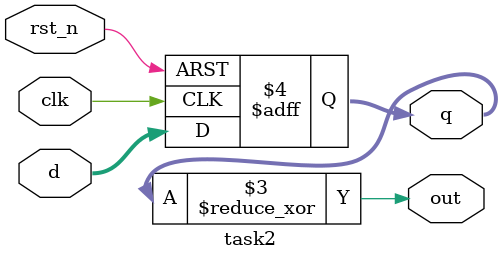
<source format=sv>
`timescale 1ns / 1ps

module task2(
    clk,
    rst_n,
    d,
    out,
    q
    );
    input clk,rst_n;
    input logic [7:0]d;
    output logic [7:0]q;
    output logic out;
    
    always @(posedge clk, negedge rst_n) begin
    
    if (~rst_n) q <= 0;
    else
    q <= d;
    end
    
    assign out = ^(q[7:0]);
        
endmodule

</source>
